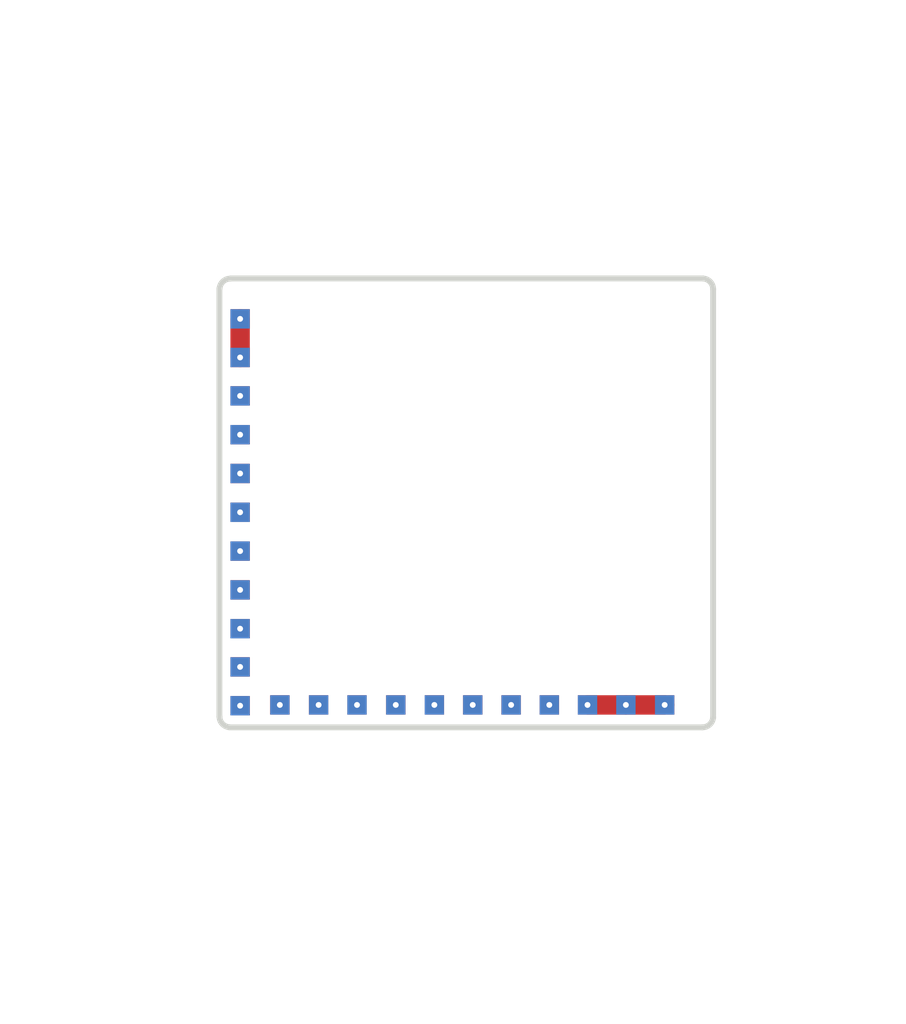
<source format=kicad_pcb>
(kicad_pcb (version 20240108) (generator "pcbnew") (generator_version "8.0")
  (layers (0 "F.Cu" signal) (1 "In1.Cu" signal) (2 "In2.Cu" signal) (31 "B.Cu" signal) (34 "B.Paste" user) (35 "F.Paste" user) (36 "B.SilkS" user "B.Silkscreen") (37 "F.SilkS" user "F.Silkscreen") (38 "B.Mask" user) (39 "F.Mask" user) (44 "Edge.Cuts" user))
  (net 0 "")
  (net 1 "GND")
  (net 2 "+BATT")
  (net 3 "+3V3")
  (net 4 "VBUS")
  (net 5 "SCL")
  (net 6 "SDA")
  (net 7 "MOD_CS")
  (net 8 "SCK")
  (net 9 "MOSI")
  (net 10 "MOD_IO19")
  (net 11 "MOD_IO18")
  (net 12 "MOD_IO15")
  (net 13 "MOD_ExB2")
  (net 14 "MOD_ExB3")
  (net 15 "MOD_ExB4")
  (net 16 "MOD_IO20")
  (net 17 "MOD_ExB5")
  (net 18 "MOD_ExB6")
  (net 19 "BTN_4")
  (footprint "Yatchy:mod_Connector" (layer "F.Cu") (at 145.05 98.835)
    (property "Reference" "J17" (hide yes))
    (property "Value" "MOD_CONN")
    (pad "1" thru_hole rect (at 0 0.01) (size 0.5 0.5) (drill 0.15) (layers "*.Cu" "*.Mask") (net 13 "MOD_ExB2"))
  )
  (footprint "Yatchy:mod_Connector" (layer "F.Cu") (at 154 98.825 90)
    (property "Reference" "J3" (hide yes))
    (property "Value" "MOD_CONN")
    (pad "1" thru_hole rect (at 0 0.01 90) (size 0.5 0.5) (drill 0.15) (layers "*.Cu" "*.Mask") (net 1 "GND"))
  )
  (footprint "Yatchy:mod_Connector" (layer "F.Cu") (at 145.05 94.85)
    (property "Reference" "J12" (hide yes))
    (property "Value" "MOD_CONN")
    (pad "1" thru_hole rect (at 0 0.01) (size 0.5 0.5) (drill 0.15) (layers "*.Cu" "*.Mask") (net 9 "MOSI"))
  )
  (footprint "Yatchy:mod_Connector" (layer "F.Cu") (at 148.075 98.825 -90)
    (property "Reference" "J20" (hide yes))
    (property "Value" "MOD_CONN")
    (pad "1" thru_hole rect (at 0 0.01 270) (size 0.5 0.5) (drill 0.15) (layers "*.Cu" "*.Mask") (net 17 "MOD_ExB5"))
  )
  (footprint "Yatchy:mod_Connector" (layer "F.Cu") (at 145.05 96.85)
    (property "Reference" "J10" (hide yes))
    (property "Value" "MOD_CONN")
    (pad "1" thru_hole rect (at 0 0.01) (size 0.5 0.5) (drill 0.15) (layers "*.Cu" "*.Mask") (net 7 "MOD_CS"))
  )
  (footprint "Yatchy:mod_Connector" (layer "F.Cu") (at 152.05 98.825 -90)
    (property "Reference" "J14" (hide yes))
    (property "Value" "MOD_CONN")
    (pad "1" thru_hole rect (at 0 0.01 270) (size 0.5 0.5) (drill 0.15) (layers "*.Cu" "*.Mask") (net 10 "MOD_IO19"))
  )
  (footprint "Yatchy:mod_Connector" (layer "F.Cu") (at 145.05 90.85)
    (property "Reference" "J4" (hide yes))
    (property "Value" "MOD_CONN")
    (pad "1" thru_hole rect (at 0 0.01) (size 0.5 0.5) (drill 0.15) (layers "*.Cu" "*.Mask") (net 2 "+BATT"))
  )
  (footprint "Yatchy:mod_Connector" (layer "F.Cu") (at 145.05 92.85)
    (property "Reference" "J8" (hide yes))
    (property "Value" "MOD_CONN")
    (pad "1" thru_hole rect (at 0 0.01) (size 0.5 0.5) (drill 0.15) (layers "*.Cu" "*.Mask") (net 5 "SCL"))
  )
  (footprint "Yatchy:mod_Connector" (layer "F.Cu") (at 150.05 98.825 90)
    (property "Reference" "J15" (hide yes))
    (property "Value" "MOD_CONN")
    (pad "1" thru_hole rect (at 0 0.01 90) (size 0.5 0.5) (drill 0.15) (layers "*.Cu" "*.Mask") (net 11 "MOD_IO18"))
  )
  (footprint "Yatchy:mod_Connector" (layer "F.Cu") (at 145.05 95.85)
    (property "Reference" "J11" (hide yes))
    (property "Value" "MOD_CONN")
    (pad "1" thru_hole rect (at 0 0.01) (size 0.5 0.5) (drill 0.15) (layers "*.Cu" "*.Mask") (net 8 "SCK"))
  )
  (footprint "Yatchy:mod_Connector" (layer "F.Cu") (at 145.05 89.86)
    (property "Reference" "J5" (hide yes))
    (property "Value" "MOD_CONN")
    (pad "1" thru_hole rect (at 0 0.01) (size 0.5 0.5) (drill 0.15) (layers "*.Cu" "*.Mask") (net 3 "+3V3"))
  )
  (footprint "Yatchy:mod_Connector" (layer "F.Cu") (at 147.085 98.825 -90)
    (property "Reference" "J19" (hide yes))
    (property "Value" "MOD_CONN")
    (pad "1" thru_hole rect (at 0 0.01 270) (size 0.5 0.5) (drill 0.15) (layers "*.Cu" "*.Mask") (net 15 "MOD_ExB4"))
  )
  (footprint "Yatchy:mod_Connector" (layer "F.Cu") (at 153.015 98.825 90)
    (property "Reference" "J22" (hide yes))
    (property "Value" "MOD_CONN")
    (pad "1" thru_hole rect (at 0 0.01 90) (size 0.5 0.5) (drill 0.15) (layers "*.Cu" "*.Mask") (net 19 "BTN_4"))
  )
  (footprint "Yatchy:mod_Connector" (layer "F.Cu") (at 145.05 91.85)
    (property "Reference" "J7" (hide yes))
    (property "Value" "MOD_CONN")
    (pad "1" thru_hole rect (at 0 0.01) (size 0.5 0.5) (drill 0.15) (layers "*.Cu" "*.Mask") (net 4 "VBUS"))
  )
  (footprint "Yatchy:mod_Connector" (layer "F.Cu") (at 156.01 98.825 -90)
    (property "Reference" "J2" (hide yes))
    (property "Value" "MOD_CONN")
    (pad "1" thru_hole rect (at 0 0.01 270) (size 0.5 0.5) (drill 0.15) (layers "*.Cu" "*.Mask") (net 1 "GND"))
  )
  (footprint "Yatchy:mod_Connector" (layer "F.Cu") (at 155.01 98.825 -90)
    (property "Reference" "J1" (hide yes))
    (property "Value" "MOD_CONN")
    (pad "1" thru_hole rect (at 0 0.01 270) (size 0.5 0.5) (drill 0.15) (layers "*.Cu" "*.Mask") (net 1 "GND"))
  )
  (footprint "Yatchy:mod_Connector" (layer "F.Cu") (at 151.04 98.825 90)
    (property "Reference" "J16" (hide yes))
    (property "Value" "MOD_CONN")
    (pad "1" thru_hole rect (at 0 0.01 90) (size 0.5 0.5) (drill 0.15) (layers "*.Cu" "*.Mask") (net 12 "MOD_IO15"))
  )
  (footprint "Yatchy:mod_Connector" (layer "F.Cu") (at 149.075 98.825 -90)
    (property "Reference" "J21" (hide yes))
    (property "Value" "MOD_CONN")
    (pad "1" thru_hole rect (at 0 0.01 270) (size 0.5 0.5) (drill 0.15) (layers "*.Cu" "*.Mask") (net 18 "MOD_ExB6"))
  )
  (footprint "Yatchy:mod_Connector" (layer "F.Cu") (at 145.05 97.835)
    (property "Reference" "J13" (hide yes))
    (property "Value" "MOD_CONN")
    (pad "1" thru_hole rect (at 0 0.01) (size 0.5 0.5) (drill 0.15) (layers "*.Cu" "*.Mask") (net 16 "MOD_IO20"))
  )
  (footprint "Yatchy:mod_Connector" (layer "F.Cu") (at 145.05 93.85)
    (property "Reference" "J9" (hide yes))
    (property "Value" "MOD_CONN")
    (pad "1" thru_hole rect (at 0 0.01) (size 0.5 0.5) (drill 0.15) (layers "*.Cu" "*.Mask") (net 6 "SDA"))
  )
  (footprint "Yatchy:mod_Connector" (layer "F.Cu") (at 145.05 88.885 180)
    (property "Reference" "J6" (hide yes))
    (property "Value" "MOD_CONN")
    (pad "1" thru_hole rect (at 0 0.01 180) (size 0.5 0.5) (drill 0.15) (layers "*.Cu" "*.Mask") (net 3 "+3V3"))
  )
  (footprint "Yatchy:mod_Connector" (layer "F.Cu") (at 146.065 98.825 90)
    (property "Reference" "J18" (hide yes))
    (property "Value" "MOD_CONN")
    (pad "1" thru_hole rect (at 0 0.01 90) (size 0.5 0.5) (drill 0.15) (layers "*.Cu" "*.Mask") (net 14 "MOD_ExB3"))
  )
  (gr_line (start 144.767044 99.402973) (end 156.97 99.402973) (stroke (width 0.15)) (layer "Edge.Cuts"))
  (gr_line (start 144.516191 99.127973) (end 144.516191 88.085) (stroke (width 0.15)) (layer "Edge.Cuts"))
  (gr_arc (start 144.768704 99.39888) (mid 144.59 99.31) (end 144.517896 99.12388) (stroke (width 0.15)) (layer "Edge.Cuts"))
  (gr_arc (start 144.521121 88.088714) (mid 144.61 87.91) (end 144.796121 87.837906) (stroke (width 0.15)) (layer "Edge.Cuts"))
  (gr_arc (start 156.999192 87.835) (mid 157.177907 87.923879) (end 157.25 88.11) (stroke (width 0.15)) (layer "Edge.Cuts"))
  (gr_arc (start 157.248879 99.151286) (mid 157.16 99.330001) (end 156.973879 99.402094) (stroke (width 0.15)) (layer "Edge.Cuts"))
  (gr_line (start 157.25 99.16) (end 157.25 88.11) (stroke (width 0.15)) (layer "Edge.Cuts"))
  (gr_line (start 144.8 87.832973) (end 156.99 87.832973) (stroke (width 0.15)) (layer "Edge.Cuts"))
  (segment (start 154.01 98.825) (end 155 98.825) (width 0.5) (layer "F.Cu") (net 1))
  (segment (start 155 98.825) (end 156 98.825) (width 0.5) (layer "F.Cu") (net 1))
  (segment (start 145.05 89.87) (end 145.05 88.875) (width 0.5) (layer "F.Cu") (net 3))
)
</source>
